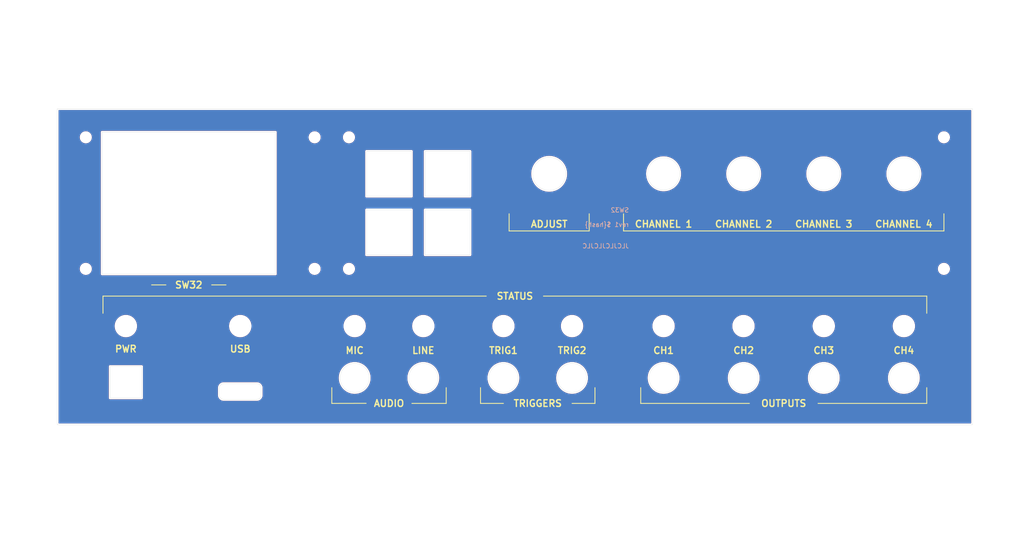
<source format=kicad_pcb>
(kicad_pcb (version 20240108) (generator "pcbnew") (generator_version "8.0")
  (title_block (title "SW32") (date "2024-06-12") (rev "1") (company "saawsm"))
  (layers (0 "F.Cu" signal) (31 "B.Cu" signal) (34 "B.Paste" user) (35 "F.Paste" user) (36 "B.SilkS" user "B.Silkscreen") (37 "F.SilkS" user "F.Silkscreen") (38 "B.Mask" user) (39 "F.Mask" user) (44 "Edge.Cuts" user))
  (net 0 "")
  (footprint "MountingHole:MountingHole_2.2mm_M2" (layer "F.Cu") (at 118.11 93.98)
    (property "Reference" "H6")
    (property "Value" "MountingHole")
    (pad "" np_thru_hole circle (at 0 0) (size 2.2 2.2) (drill 2.2) (layers "*.Cu" "*.Mask"))
  )
  (footprint "MountingHole:MountingHole_2.2mm_M2" (layer "F.Cu") (at 59.69 64.77)
    (property "Reference" "H1")
    (property "Value" "MountingHole")
    (pad "" np_thru_hole circle (at 0 0) (size 2.2 2.2) (drill 2.2) (layers "*.Cu" "*.Mask"))
  )
  (footprint "MountingHole:MountingHole_2.2mm_M2" (layer "F.Cu") (at 110.49 93.98)
    (property "Reference" "H3")
    (property "Value" "MountingHole")
    (pad "" np_thru_hole circle (at 0 0) (size 2.2 2.2) (drill 2.2) (layers "*.Cu" "*.Mask"))
  )
  (footprint "MountingHole:MountingHole_2.2mm_M2" (layer "F.Cu") (at 110.49 64.77)
    (property "Reference" "H7")
    (property "Value" "MountingHole")
    (pad "" np_thru_hole circle (at 0 0) (size 2.2 2.2) (drill 2.2) (layers "*.Cu" "*.Mask"))
  )
  (footprint "MountingHole:MountingHole_2.2mm_M2" (layer "F.Cu") (at 118.11 64.77)
    (property "Reference" "H2")
    (property "Value" "MountingHole")
    (pad "" np_thru_hole circle (at 0 0) (size 2.2 2.2) (drill 2.2) (layers "*.Cu" "*.Mask"))
  )
  (footprint "MountingHole:MountingHole_2.2mm_M2" (layer "F.Cu") (at 250.19 93.98)
    (property "Reference" "H8")
    (property "Value" "MountingHole")
    (pad "" np_thru_hole circle (at 0 0) (size 2.2 2.2) (drill 2.2) (layers "*.Cu" "*.Mask"))
  )
  (footprint "MountingHole:MountingHole_2.2mm_M2" (layer "F.Cu") (at 250.19 64.77)
    (property "Reference" "H4")
    (property "Value" "MountingHole")
    (pad "" np_thru_hole circle (at 0 0) (size 2.2 2.2) (drill 2.2) (layers "*.Cu" "*.Mask"))
  )
  (footprint "MountingHole:MountingHole_2.2mm_M2" (layer "F.Cu") (at 59.69 93.98)
    (property "Reference" "H5")
    (property "Value" "MountingHole")
    (pad "" np_thru_hole circle (at 0 0) (size 2.2 2.2) (drill 2.2) (layers "*.Cu" "*.Mask"))
  )
  (gr_line (start 179.07 81.745) (end 179.07 85.555) (stroke (width 0.2)) (layer "F.SilkS"))
  (gr_line (start 114.299999 120.34925) (end 114.299999 123.84175) (stroke (width 0.2)) (layer "F.SilkS"))
  (gr_line (start 172.719999 120.34925) (end 172.719999 123.84175) (stroke (width 0.2)) (layer "F.SilkS"))
  (gr_line (start 114.299999 123.84175) (end 121.92 123.825) (stroke (width 0.2)) (layer "F.SilkS"))
  (gr_line (start 161.29 100.02925) (end 246.379999 100.02925) (stroke (width 0.2)) (layer "F.SilkS"))
  (gr_line (start 87.63 97.536) (end 90.805 97.536) (stroke (width 0.2)) (layer "F.SilkS"))
  (gr_line (start 250.19 81.745) (end 250.19 85.555) (stroke (width 0.2)) (layer "F.SilkS"))
  (gr_line (start 179.07 85.555) (end 250.19 85.555) (stroke (width 0.2)) (layer "F.SilkS"))
  (gr_line (start 139.699999 120.34925) (end 139.699999 123.84175) (stroke (width 0.2)) (layer "F.SilkS"))
  (gr_line (start 171.45 81.745) (end 171.45 85.555) (stroke (width 0.2)) (layer "F.SilkS"))
  (gr_line (start 182.879999 120.34925) (end 182.879999 123.84175) (stroke (width 0.2)) (layer "F.SilkS"))
  (gr_line (start 132.08 123.84175) (end 139.699999 123.84175) (stroke (width 0.2)) (layer "F.SilkS"))
  (gr_line (start 147.319999 123.84175) (end 152.399999 123.84175) (stroke (width 0.2)) (layer "F.SilkS"))
  (gr_line (start 222.249999 123.84175) (end 246.379999 123.84175) (stroke (width 0.2)) (layer "F.SilkS"))
  (gr_line (start 74.295 97.536) (end 77.47 97.536) (stroke (width 0.2)) (layer "F.SilkS"))
  (gr_line (start 63.5 100.02925) (end 63.5 103.83925) (stroke (width 0.2)) (layer "F.SilkS"))
  (gr_line (start 147.319999 120.34925) (end 147.319999 123.84175) (stroke (width 0.2)) (layer "F.SilkS"))
  (gr_line (start 182.879999 123.84175) (end 207.009999 123.84175) (stroke (width 0.2)) (layer "F.SilkS"))
  (gr_line (start 153.67 81.745) (end 153.67 85.555) (stroke (width 0.2)) (layer "F.SilkS"))
  (gr_line (start 153.67 85.555) (end 171.45 85.555) (stroke (width 0.2)) (layer "F.SilkS"))
  (gr_line (start 246.379999 100.02925) (end 246.379999 103.83925) (stroke (width 0.2)) (layer "F.SilkS"))
  (gr_line (start 246.379999 120.34925) (end 246.379999 123.84175) (stroke (width 0.2)) (layer "F.SilkS"))
  (gr_line (start 167.639999 123.84175) (end 172.719999 123.84175) (stroke (width 0.2)) (layer "F.SilkS"))
  (gr_line (start 63.5 100.02925) (end 148.59 100.02925) (stroke (width 0.2)) (layer "F.SilkS"))
  (gr_line (start 97.65 122.99) (end 90.31 122.99) (stroke (width 0.05)) (layer "Edge.Cuts"))
  (gr_circle (center 241.3 118.19) (end 244.55 118.19) (stroke (width 0.05)) (fill none) (layer "Edge.Cuts"))
  (gr_line (start 98.65 120.43) (end 98.65 121.99) (stroke (width 0.05)) (layer "Edge.Cuts"))
  (gr_rect (start 135 67.875) (end 145 77.875) (stroke (width 0.05)) (fill none) (layer "Edge.Cuts"))
  (gr_rect (start 135 80.875) (end 145 90.875) (stroke (width 0.05)) (fill none) (layer "Edge.Cuts"))
  (gr_rect (start 65.08 115.64) (end 72.08 122.64) (stroke (width 0.05)) (fill none) (layer "Edge.Cuts"))
  (gr_rect (start 122 67.875) (end 132 77.875) (stroke (width 0.05)) (fill none) (layer "Edge.Cuts"))
  (gr_circle (center 162.56 72.87514) (end 166.26 72.87514) (stroke (width 0.05)) (fill none) (layer "Edge.Cuts"))
  (gr_rect (start 63.3 63.625) (end 101.8 95.125) (stroke (width 0.05)) (fill none) (layer "Edge.Cuts"))
  (gr_rect (start 53.34 58.42) (end 256.54 128.590945) (stroke (width 0.05)) (fill none) (layer "Edge.Cuts"))
  (gr_circle (center 223.52 118.19) (end 226.77 118.19) (stroke (width 0.05)) (fill none) (layer "Edge.Cuts"))
  (gr_circle (center 167.64 118.19) (end 170.89 118.19) (stroke (width 0.05)) (fill none) (layer "Edge.Cuts"))
  (gr_arc (start 90.31 122.99) (mid 89.602893 122.697107) (end 89.31 121.99) (stroke (width 0.05)) (layer "Edge.Cuts"))
  (gr_circle (center 187.96 72.87514) (end 191.56 72.87514) (stroke (width 0.05)) (fill none) (layer "Edge.Cuts"))
  (gr_circle (center 205.74 72.87514) (end 209.34 72.87514) (stroke (width 0.05)) (fill none) (layer "Edge.Cuts"))
  (gr_line (start 89.31 121.99) (end 89.31 120.43) (stroke (width 0.05)) (layer "Edge.Cuts"))
  (gr_circle (center 152.4 118.19) (end 155.65 118.19) (stroke (width 0.05)) (fill none) (layer "Edge.Cuts"))
  (gr_circle (center 119.38 118.19) (end 122.63 118.19) (stroke (width 0.05)) (fill none) (layer "Edge.Cuts"))
  (gr_circle (center 223.52 72.87514) (end 227.12 72.87514) (stroke (width 0.05)) (fill none) (layer "Edge.Cuts"))
  (gr_arc (start 89.31 120.43) (mid 89.602893 119.722893) (end 90.31 119.43) (stroke (width 0.05)) (layer "Edge.Cuts"))
  (gr_arc (start 98.65 121.99) (mid 98.357107 122.697107) (end 97.65 122.99) (stroke (width 0.05)) (layer "Edge.Cuts"))
  (gr_circle (center 205.74 118.19) (end 208.99 118.19) (stroke (width 0.05)) (fill none) (layer "Edge.Cuts"))
  (gr_circle (center 134.62 118.19) (end 137.87 118.19) (stroke (width 0.05)) (fill none) (layer "Edge.Cuts"))
  (gr_circle (center 241.3 72.87514) (end 244.9 72.87514) (stroke (width 0.05)) (fill none) (layer "Edge.Cuts"))
  (gr_line (start 90.31 119.43) (end 97.65 119.43) (stroke (width 0.05)) (layer "Edge.Cuts"))
  (gr_arc (start 97.65 119.43) (mid 98.357107 119.722893) (end 98.65 120.43) (stroke (width 0.05)) (layer "Edge.Cuts"))
  (gr_rect (start 122 80.875) (end 132 90.875) (stroke (width 0.05)) (fill none) (layer "Edge.Cuts"))
  (gr_circle (center 187.96 118.19) (end 191.21 118.19) (stroke (width 0.05)) (fill none) (layer "Edge.Cuts"))
  (gr_text "${TITLE}\n${PROJECTNAME}\nrev${REVISION} ${hash}" (at 180.34 82.55 0) (layer "B.SilkS") (effects (font (size 1 1) (thickness 0.15) (bold yes)) (justify left mirror)))
  (gr_text "JLCJLCJLCJLC" (at 180.34 88.9 0) (layer "B.SilkS") (effects (font (size 1 1) (thickness 0.15) (bold yes)) (justify left mirror)))
  (gr_text "CHANNEL 1" (at 187.96 84.035 0) (layer "F.SilkS") (effects (font (size 1.5 1.5) (thickness 0.3))))
  (gr_text "PWR" (at 68.58 111.76 0) (layer "F.SilkS") (effects (font (size 1.5 1.5) (thickness 0.3))))
  (gr_text "OUTPUTS" (at 214.629999 123.84175 0) (layer "F.SilkS") (effects (font (size 1.5 1.5) (thickness 0.3))))
  (gr_text "CH3" (at 223.519999 112.09425 0) (layer "F.SilkS") (effects (font (size 1.5 1.5) (thickness 0.3))))
  (gr_text "AUDIO" (at 126.999999 123.84175 0) (layer "F.SilkS") (effects (font (size 1.5 1.5) (thickness 0.3))))
  (gr_text "ADJUST" (at 162.56 84.035 0) (layer "F.SilkS") (effects (font (size 1.5 1.5) (thickness 0.3))))
  (gr_text "CHANNEL 4" (at 241.3 84.035 0) (layer "F.SilkS") (effects (font (size 1.5 1.5) (thickness 0.3))))
  (gr_text "CHANNEL 3" (at 223.52 84.035 0) (layer "F.SilkS") (effects (font (size 1.5 1.5) (thickness 0.3))))
  (gr_text "SW32" (at 82.55 98.425 0) (layer "F.SilkS") (effects (font (size 1.5 1.5) (thickness 0.3) (bold yes)) (justify bottom)))
  (gr_text "TRIG1" (at 152.399999 112.09425 0) (layer "F.SilkS") (effects (font (size 1.5 1.5) (thickness 0.3))))
  (gr_text "LINE" (at 134.619999 112.09425 0) (layer "F.SilkS") (effects (font (size 1.5 1.5) (thickness 0.3))))
  (gr_text "USB" (at 93.98 111.76 0) (layer "F.SilkS") (effects (font (size 1.5 1.5) (thickness 0.3))))
  (gr_text "MIC" (at 119.379999 112.09425 0) (layer "F.SilkS") (effects (font (size 1.5 1.5) (thickness 0.3))))
  (gr_text "CH4" (at 241.299999 112.09425 0) (layer "F.SilkS") (effects (font (size 1.5 1.5) (thickness 0.3))))
  (gr_text "CH1" (at 187.959999 112.09425 0) (layer "F.SilkS") (effects (font (size 1.5 1.5) (thickness 0.3))))
  (gr_text "CHANNEL 2" (at 205.74 84.035 0) (layer "F.SilkS") (effects (font (size 1.5 1.5) (thickness 0.3))))
  (gr_text "TRIG2" (at 167.639999 112.09425 0) (layer "F.SilkS") (effects (font (size 1.5 1.5) (thickness 0.3))))
  (gr_text "TRIGGERS" (at 160.019999 123.84175 0) (layer "F.SilkS") (effects (font (size 1.5 1.5) (thickness 0.3))))
  (gr_text "CH2" (at 205.739999 112.09425 0) (layer "F.SilkS") (effects (font (size 1.5 1.5) (thickness 0.3))))
  (gr_text "STATUS" (at 154.94 100.02925 0) (layer "F.SilkS") (effects (font (size 1.5 1.5) (thickness 0.3))))
  (zone (net 0) (net_name "") (layers "F&B.Cu") (connect_pads yes (clearance 0.2)) (min_thickness 0.2) (fill yes (thermal_gap 0.2) (thermal_bridge_width 0.2) (island_removal_mode 1) (island_area_min 10))
    (polygon (pts (xy 267.97 34.29) (xy 40.64 34.29) (xy 40.64 156.21) (xy 267.97 156.21)))
  )
  (zone (net 0) (net_name "") (layers "F&B.Cu" "Edge.Cuts") (connect_pads (clearance 0)) (min_thickness 0.25)
    (keepout (tracks allowed) (vias allowed) (pads allowed) (copperpour not_allowed) (footprints allowed))
    (fill (thermal_gap 0.5) (thermal_bridge_width 0.5))
    (polygon (pts (xy 96.48 106.68) (xy 96.460287 106.366667) (xy 96.401458 106.058275) (xy 96.304441 105.759689) (xy 96.170767 105.475616) (xy 96.002542 105.210537) (xy 95.802422 104.968632) (xy 95.57356 104.753717) (xy 95.319567 104.56918) (xy 95.044448 104.417932) (xy 94.752542 104.302359) (xy 94.448453 104.224282) (xy 94.136976 104.184933) (xy 93.823024 104.184933) (xy 93.511547 104.224282) (xy 93.207458 104.302359) (xy 92.915552 104.417932) (xy 92.640433 104.56918) (xy 92.38644 104.753717) (xy 92.157578 104.968632) (xy 91.957458 105.210537) (xy 91.789233 105.475616) (xy 91.655559 105.759689) (xy 91.558542 106.058275) (xy 91.499713 106.366667) (xy 91.48 106.68) (xy 91.499713 106.993333) (xy 91.558542 107.301725) (xy 91.655559 107.600311) (xy 91.789233 107.884384) (xy 91.957458 108.149463) (xy 92.157578 108.391368) (xy 92.38644 108.606283) (xy 92.640433 108.79082) (xy 92.915552 108.942068) (xy 93.207458 109.057641) (xy 93.511547 109.135718) (xy 93.823024 109.175067) (xy 94.136976 109.175067) (xy 94.448453 109.135718) (xy 94.752542 109.057641) (xy 95.044448 108.942068) (xy 95.319567 108.79082) (xy 95.57356 108.606283) (xy 95.802422 108.391368) (xy 96.002542 108.149463) (xy 96.170767 107.884384) (xy 96.304441 107.600311) (xy 96.401458 107.301725) (xy 96.460287 106.993333)))
  )
  (zone (net 0) (net_name "") (layers "F&B.Cu" "Edge.Cuts") (connect_pads (clearance 0)) (min_thickness 0.25)
    (keepout (tracks allowed) (vias allowed) (pads allowed) (copperpour not_allowed) (footprints allowed))
    (fill (thermal_gap 0.5) (thermal_bridge_width 0.5))
    (polygon (pts (xy 71.08 106.68) (xy 71.060287 106.366667) (xy 71.001458 106.058275) (xy 70.904441 105.759689) (xy 70.770767 105.475616) (xy 70.602542 105.210537) (xy 70.402422 104.968632) (xy 70.17356 104.753717) (xy 69.919567 104.56918) (xy 69.644448 104.417932) (xy 69.352542 104.302359) (xy 69.048453 104.224282) (xy 68.736976 104.184933) (xy 68.423024 104.184933) (xy 68.111547 104.224282) (xy 67.807458 104.302359) (xy 67.515552 104.417932) (xy 67.240433 104.56918) (xy 66.98644 104.753717) (xy 66.757578 104.968632) (xy 66.557458 105.210537) (xy 66.389233 105.475616) (xy 66.255559 105.759689) (xy 66.158542 106.058275) (xy 66.099713 106.366667) (xy 66.08 106.68) (xy 66.099713 106.993333) (xy 66.158542 107.301725) (xy 66.255559 107.600311) (xy 66.389233 107.884384) (xy 66.557458 108.149463) (xy 66.757578 108.391368) (xy 66.98644 108.606283) (xy 67.240433 108.79082) (xy 67.515552 108.942068) (xy 67.807458 109.057641) (xy 68.111547 109.135718) (xy 68.423024 109.175067) (xy 68.736976 109.175067) (xy 69.048453 109.135718) (xy 69.352542 109.057641) (xy 69.644448 108.942068) (xy 69.919567 108.79082) (xy 70.17356 108.606283) (xy 70.402422 108.391368) (xy 70.602542 108.149463) (xy 70.770767 107.884384) (xy 70.904441 107.600311) (xy 71.001458 107.301725) (xy 71.060287 106.993333)))
  )
  (zone (net 0) (net_name "") (layers "F&B.Cu" "Edge.Cuts") (connect_pads (clearance 0)) (min_thickness 0.25)
    (keepout (tracks allowed) (vias allowed) (pads allowed) (copperpour not_allowed) (footprints allowed))
    (fill (thermal_gap 0.5) (thermal_bridge_width 0.5))
    (polygon (pts (xy 154.9 106.68) (xy 154.880287 106.366667) (xy 154.821458 106.058275) (xy 154.724441 105.759689) (xy 154.590767 105.475616) (xy 154.422542 105.210537) (xy 154.222422 104.968632) (xy 153.99356 104.753717) (xy 153.739567 104.56918) (xy 153.464448 104.417932) (xy 153.172542 104.302359) (xy 152.868453 104.224282) (xy 152.556976 104.184933) (xy 152.243024 104.184933) (xy 151.931547 104.224282) (xy 151.627458 104.302359) (xy 151.335552 104.417932) (xy 151.060433 104.56918) (xy 150.80644 104.753717) (xy 150.577578 104.968632) (xy 150.377458 105.210537) (xy 150.209233 105.475616) (xy 150.075559 105.759689) (xy 149.978542 106.058275) (xy 149.919713 106.366667) (xy 149.9 106.68) (xy 149.919713 106.993333) (xy 149.978542 107.301725) (xy 150.075559 107.600311) (xy 150.209233 107.884384) (xy 150.377458 108.149463) (xy 150.577578 108.391368) (xy 150.80644 108.606283) (xy 151.060433 108.79082) (xy 151.335552 108.942068) (xy 151.627458 109.057641) (xy 151.931547 109.135718) (xy 152.243024 109.175067) (xy 152.556976 109.175067) (xy 152.868453 109.135718) (xy 153.172542 109.057641) (xy 153.464448 108.942068) (xy 153.739567 108.79082) (xy 153.99356 108.606283) (xy 154.222422 108.391368) (xy 154.422542 108.149463) (xy 154.590767 107.884384) (xy 154.724441 107.600311) (xy 154.821458 107.301725) (xy 154.880287 106.993333)))
  )
  (zone (net 0) (net_name "") (layers "F&B.Cu" "Edge.Cuts") (connect_pads (clearance 0)) (min_thickness 0.25)
    (keepout (tracks allowed) (vias allowed) (pads allowed) (copperpour not_allowed) (footprints allowed))
    (fill (thermal_gap 0.5) (thermal_bridge_width 0.5))
    (polygon (pts (xy 226.02 106.68) (xy 226.000287 106.366667) (xy 225.941458 106.058275) (xy 225.844441 105.759689) (xy 225.710767 105.475616) (xy 225.542542 105.210537) (xy 225.342422 104.968632) (xy 225.11356 104.753717) (xy 224.859567 104.56918) (xy 224.584448 104.417932) (xy 224.292542 104.302359) (xy 223.988453 104.224282) (xy 223.676976 104.184933) (xy 223.363024 104.184933) (xy 223.051547 104.224282) (xy 222.747458 104.302359) (xy 222.455552 104.417932) (xy 222.180433 104.56918) (xy 221.92644 104.753717) (xy 221.697578 104.968632) (xy 221.497458 105.210537) (xy 221.329233 105.475616) (xy 221.195559 105.759689) (xy 221.098542 106.058275) (xy 221.039713 106.366667) (xy 221.02 106.68) (xy 221.039713 106.993333) (xy 221.098542 107.301725) (xy 221.195559 107.600311) (xy 221.329233 107.884384) (xy 221.497458 108.149463) (xy 221.697578 108.391368) (xy 221.92644 108.606283) (xy 222.180433 108.79082) (xy 222.455552 108.942068) (xy 222.747458 109.057641) (xy 223.051547 109.135718) (xy 223.363024 109.175067) (xy 223.676976 109.175067) (xy 223.988453 109.135718) (xy 224.292542 109.057641) (xy 224.584448 108.942068) (xy 224.859567 108.79082) (xy 225.11356 108.606283) (xy 225.342422 108.391368) (xy 225.542542 108.149463) (xy 225.710767 107.884384) (xy 225.844441 107.600311) (xy 225.941458 107.301725) (xy 226.000287 106.993333)))
  )
  (zone (net 0) (net_name "") (layers "F&B.Cu" "Edge.Cuts") (connect_pads (clearance 0)) (min_thickness 0.25)
    (keepout (tracks allowed) (vias allowed) (pads allowed) (copperpour not_allowed) (footprints allowed))
    (fill (thermal_gap 0.5) (thermal_bridge_width 0.5))
    (polygon (pts (xy 190.46 106.68) (xy 190.440287 106.366667) (xy 190.381458 106.058275) (xy 190.284441 105.759689) (xy 190.150767 105.475616) (xy 189.982542 105.210537) (xy 189.782422 104.968632) (xy 189.55356 104.753717) (xy 189.299567 104.56918) (xy 189.024448 104.417932) (xy 188.732542 104.302359) (xy 188.428453 104.224282) (xy 188.116976 104.184933) (xy 187.803024 104.184933) (xy 187.491547 104.224282) (xy 187.187458 104.302359) (xy 186.895552 104.417932) (xy 186.620433 104.56918) (xy 186.36644 104.753717) (xy 186.137578 104.968632) (xy 185.937458 105.210537) (xy 185.769233 105.475616) (xy 185.635559 105.759689) (xy 185.538542 106.058275) (xy 185.479713 106.366667) (xy 185.46 106.68) (xy 185.479713 106.993333) (xy 185.538542 107.301725) (xy 185.635559 107.600311) (xy 185.769233 107.884384) (xy 185.937458 108.149463) (xy 186.137578 108.391368) (xy 186.36644 108.606283) (xy 186.620433 108.79082) (xy 186.895552 108.942068) (xy 187.187458 109.057641) (xy 187.491547 109.135718) (xy 187.803024 109.175067) (xy 188.116976 109.175067) (xy 188.428453 109.135718) (xy 188.732542 109.057641) (xy 189.024448 108.942068) (xy 189.299567 108.79082) (xy 189.55356 108.606283) (xy 189.782422 108.391368) (xy 189.982542 108.149463) (xy 190.150767 107.884384) (xy 190.284441 107.600311) (xy 190.381458 107.301725) (xy 190.440287 106.993333)))
  )
  (zone (net 0) (net_name "") (layers "F&B.Cu" "Edge.Cuts") (connect_pads (clearance 0)) (min_thickness 0.25)
    (keepout (tracks allowed) (vias allowed) (pads allowed) (copperpour not_allowed) (footprints allowed))
    (fill (thermal_gap 0.5) (thermal_bridge_width 0.5))
    (polygon (pts (xy 170.14 106.68) (xy 170.120287 106.366667) (xy 170.061458 106.058275) (xy 169.964441 105.759689) (xy 169.830767 105.475616) (xy 169.662542 105.210537) (xy 169.462422 104.968632) (xy 169.23356 104.753717) (xy 168.979567 104.56918) (xy 168.704448 104.417932) (xy 168.412542 104.302359) (xy 168.108453 104.224282) (xy 167.796976 104.184933) (xy 167.483024 104.184933) (xy 167.171547 104.224282) (xy 166.867458 104.302359) (xy 166.575552 104.417932) (xy 166.300433 104.56918) (xy 166.04644 104.753717) (xy 165.817578 104.968632) (xy 165.617458 105.210537) (xy 165.449233 105.475616) (xy 165.315559 105.759689) (xy 165.218542 106.058275) (xy 165.159713 106.366667) (xy 165.14 106.68) (xy 165.159713 106.993333) (xy 165.218542 107.301725) (xy 165.315559 107.600311) (xy 165.449233 107.884384) (xy 165.617458 108.149463) (xy 165.817578 108.391368) (xy 166.04644 108.606283) (xy 166.300433 108.79082) (xy 166.575552 108.942068) (xy 166.867458 109.057641) (xy 167.171547 109.135718) (xy 167.483024 109.175067) (xy 167.796976 109.175067) (xy 168.108453 109.135718) (xy 168.412542 109.057641) (xy 168.704448 108.942068) (xy 168.979567 108.79082) (xy 169.23356 108.606283) (xy 169.462422 108.391368) (xy 169.662542 108.149463) (xy 169.830767 107.884384) (xy 169.964441 107.600311) (xy 170.061458 107.301725) (xy 170.120287 106.993333)))
  )
  (zone (net 0) (net_name "") (layers "F&B.Cu" "Edge.Cuts") (connect_pads (clearance 0)) (min_thickness 0.25)
    (keepout (tracks allowed) (vias allowed) (pads allowed) (copperpour not_allowed) (footprints allowed))
    (fill (thermal_gap 0.5) (thermal_bridge_width 0.5))
    (polygon (pts (xy 243.8 106.68) (xy 243.780287 106.366667) (xy 243.721458 106.058275) (xy 243.624441 105.759689) (xy 243.490767 105.475616) (xy 243.322542 105.210537) (xy 243.122422 104.968632) (xy 242.89356 104.753717) (xy 242.639567 104.56918) (xy 242.364448 104.417932) (xy 242.072542 104.302359) (xy 241.768453 104.224282) (xy 241.456976 104.184933) (xy 241.143024 104.184933) (xy 240.831547 104.224282) (xy 240.527458 104.302359) (xy 240.235552 104.417932) (xy 239.960433 104.56918) (xy 239.70644 104.753717) (xy 239.477578 104.968632) (xy 239.277458 105.210537) (xy 239.109233 105.475616) (xy 238.975559 105.759689) (xy 238.878542 106.058275) (xy 238.819713 106.366667) (xy 238.8 106.68) (xy 238.819713 106.993333) (xy 238.878542 107.301725) (xy 238.975559 107.600311) (xy 239.109233 107.884384) (xy 239.277458 108.149463) (xy 239.477578 108.391368) (xy 239.70644 108.606283) (xy 239.960433 108.79082) (xy 240.235552 108.942068) (xy 240.527458 109.057641) (xy 240.831547 109.135718) (xy 241.143024 109.175067) (xy 241.456976 109.175067) (xy 241.768453 109.135718) (xy 242.072542 109.057641) (xy 242.364448 108.942068) (xy 242.639567 108.79082) (xy 242.89356 108.606283) (xy 243.122422 108.391368) (xy 243.322542 108.149463) (xy 243.490767 107.884384) (xy 243.624441 107.600311) (xy 243.721458 107.301725) (xy 243.780287 106.993333)))
  )
  (zone (net 0) (net_name "") (layers "F&B.Cu" "Edge.Cuts") (connect_pads (clearance 0)) (min_thickness 0.25)
    (keepout (tracks allowed) (vias allowed) (pads allowed) (copperpour not_allowed) (footprints allowed))
    (fill (thermal_gap 0.5) (thermal_bridge_width 0.5))
    (polygon (pts (xy 208.2 106.68) (xy 208.180287 106.366667) (xy 208.121458 106.058275) (xy 208.024441 105.759689) (xy 207.890767 105.475616) (xy 207.722542 105.210537) (xy 207.522422 104.968632) (xy 207.29356 104.753717) (xy 207.039567 104.56918) (xy 206.764448 104.417932) (xy 206.472542 104.302359) (xy 206.168453 104.224282) (xy 205.856976 104.184933) (xy 205.543024 104.184933) (xy 205.231547 104.224282) (xy 204.927458 104.302359) (xy 204.635552 104.417932) (xy 204.360433 104.56918) (xy 204.10644 104.753717) (xy 203.877578 104.968632) (xy 203.677458 105.210537) (xy 203.509233 105.475616) (xy 203.375559 105.759689) (xy 203.278542 106.058275) (xy 203.219713 106.366667) (xy 203.2 106.68) (xy 203.219713 106.993333) (xy 203.278542 107.301725) (xy 203.375559 107.600311) (xy 203.509233 107.884384) (xy 203.677458 108.149463) (xy 203.877578 108.391368) (xy 204.10644 108.606283) (xy 204.360433 108.79082) (xy 204.635552 108.942068) (xy 204.927458 109.057641) (xy 205.231547 109.135718) (xy 205.543024 109.175067) (xy 205.856976 109.175067) (xy 206.168453 109.135718) (xy 206.472542 109.057641) (xy 206.764448 108.942068) (xy 207.039567 108.79082) (xy 207.29356 108.606283) (xy 207.522422 108.391368) (xy 207.722542 108.149463) (xy 207.890767 107.884384) (xy 208.024441 107.600311) (xy 208.121458 107.301725) (xy 208.180287 106.993333)))
  )
  (zone (net 0) (net_name "") (layers "F&B.Cu" "Edge.Cuts") (connect_pads (clearance 0)) (min_thickness 0.25)
    (keepout (tracks allowed) (vias allowed) (pads allowed) (copperpour not_allowed) (footprints allowed))
    (fill (thermal_gap 0.5) (thermal_bridge_width 0.5))
    (polygon (pts (xy 121.88 106.68) (xy 121.860287 106.366667) (xy 121.801458 106.058275) (xy 121.704441 105.759689) (xy 121.570767 105.475616) (xy 121.402542 105.210537) (xy 121.202422 104.968632) (xy 120.97356 104.753717) (xy 120.719567 104.56918) (xy 120.444448 104.417932) (xy 120.152542 104.302359) (xy 119.848453 104.224282) (xy 119.536976 104.184933) (xy 119.223024 104.184933) (xy 118.911547 104.224282) (xy 118.607458 104.302359) (xy 118.315552 104.417932) (xy 118.040433 104.56918) (xy 117.78644 104.753717) (xy 117.557578 104.968632) (xy 117.357458 105.210537) (xy 117.189233 105.475616) (xy 117.055559 105.759689) (xy 116.958542 106.058275) (xy 116.899713 106.366667) (xy 116.88 106.68) (xy 116.899713 106.993333) (xy 116.958542 107.301725) (xy 117.055559 107.600311) (xy 117.189233 107.884384) (xy 117.357458 108.149463) (xy 117.557578 108.391368) (xy 117.78644 108.606283) (xy 118.040433 108.79082) (xy 118.315552 108.942068) (xy 118.607458 109.057641) (xy 118.911547 109.135718) (xy 119.223024 109.175067) (xy 119.536976 109.175067) (xy 119.848453 109.135718) (xy 120.152542 109.057641) (xy 120.444448 108.942068) (xy 120.719567 108.79082) (xy 120.97356 108.606283) (xy 121.202422 108.391368) (xy 121.402542 108.149463) (xy 121.570767 107.884384) (xy 121.704441 107.600311) (xy 121.801458 107.301725) (xy 121.860287 106.993333)))
  )
  (zone (net 0) (net_name "") (layers "F&B.Cu" "Edge.Cuts") (connect_pads (clearance 0)) (min_thickness 0.25)
    (keepout (tracks allowed) (vias allowed) (pads allowed) (copperpour not_allowed) (footprints allowed))
    (fill (thermal_gap 0.5) (thermal_bridge_width 0.5))
    (polygon (pts (xy 137.12 106.68) (xy 137.100287 106.366667) (xy 137.041458 106.058275) (xy 136.944441 105.759689) (xy 136.810767 105.475616) (xy 136.642542 105.210537) (xy 136.442422 104.968632) (xy 136.21356 104.753717) (xy 135.959567 104.56918) (xy 135.684448 104.417932) (xy 135.392542 104.302359) (xy 135.088453 104.224282) (xy 134.776976 104.184933) (xy 134.463024 104.184933) (xy 134.151547 104.224282) (xy 133.847458 104.302359) (xy 133.555552 104.417932) (xy 133.280433 104.56918) (xy 133.02644 104.753717) (xy 132.797578 104.968632) (xy 132.597458 105.210537) (xy 132.429233 105.475616) (xy 132.295559 105.759689) (xy 132.198542 106.058275) (xy 132.139713 106.366667) (xy 132.12 106.68) (xy 132.139713 106.993333) (xy 132.198542 107.301725) (xy 132.295559 107.600311) (xy 132.429233 107.884384) (xy 132.597458 108.149463) (xy 132.797578 108.391368) (xy 133.02644 108.606283) (xy 133.280433 108.79082) (xy 133.555552 108.942068) (xy 133.847458 109.057641) (xy 134.151547 109.135718) (xy 134.463024 109.175067) (xy 134.776976 109.175067) (xy 135.088453 109.135718) (xy 135.392542 109.057641) (xy 135.684448 108.942068) (xy 135.959567 108.79082) (xy 136.21356 108.606283) (xy 136.442422 108.391368) (xy 136.642542 108.149463) (xy 136.810767 107.884384) (xy 136.944441 107.600311) (xy 137.041458 107.301725) (xy 137.100287 106.993333)))
  )
)
</source>
